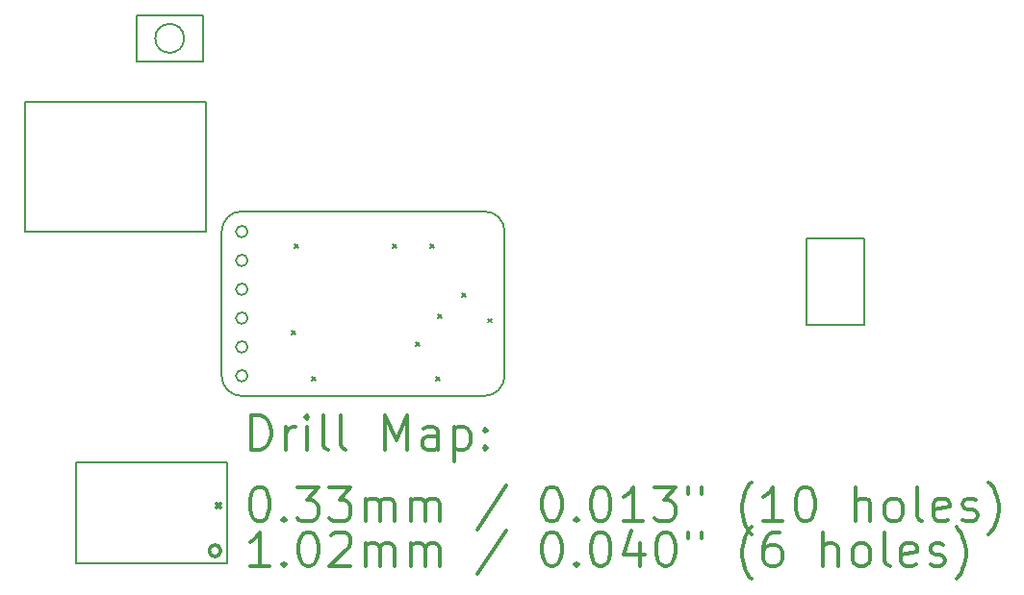
<source format=gbr>
G04 This is an RS-274x file exported by *
G04 gerbv version 2.6.0 *
G04 More information is available about gerbv at *
G04 http://gerbv.gpleda.org/ *
G04 --End of header info--*
%MOIN*%
%FSLAX34Y34*%
%IPPOS*%
G04 --Define apertures--*
%ADD10C,0.0050*%
%ADD11C,0.0060*%
%ADD12C,0.0079*%
%ADD13C,0.0118*%
%ADD14C,0.0138*%
%ADD15C,0.0059*%
G04 --Start main section--*
G54D11*
G01X0048000Y-037000D02*
G01X0048000Y-042000D01*
G01X0057800Y-037000D02*
G01X0057800Y-042000D01*
G01X0048000Y-042000D02*
G75*
G03X0048700Y-042700I0000700J0000000D01*
G01X0057100Y-042700D02*
G01X0048700Y-042700D01*
G01X0057100Y-042700D02*
G75*
G03X0057800Y-042000I0000000J0000700D01*
G01X0057800Y-037000D02*
G75*
G03X0057100Y-036300I-000700J0000000D01*
G01X0048700Y-036300D02*
G01X0057100Y-036300D01*
G01X0048700Y-036300D02*
G75*
G03X0048000Y-037000I0000000J-000700D01*
G54D12*
G01X0050435Y-040435D02*
G01X0050565Y-040565D01*
G01X0050565Y-040435D02*
G01X0050435Y-040565D01*
G01X0050535Y-037435D02*
G01X0050665Y-037565D01*
G01X0050665Y-037435D02*
G01X0050535Y-037565D01*
G01X0051135Y-042035D02*
G01X0051265Y-042165D01*
G01X0051265Y-042035D02*
G01X0051135Y-042165D01*
G01X0053935Y-037435D02*
G01X0054065Y-037565D01*
G01X0054065Y-037435D02*
G01X0053935Y-037565D01*
G01X0054735Y-040835D02*
G01X0054865Y-040965D01*
G01X0054865Y-040835D02*
G01X0054735Y-040965D01*
G01X0055235Y-037435D02*
G01X0055365Y-037565D01*
G01X0055365Y-037435D02*
G01X0055235Y-037565D01*
G01X0055435Y-042035D02*
G01X0055565Y-042165D01*
G01X0055565Y-042035D02*
G01X0055435Y-042165D01*
G01X0055481Y-039886D02*
G01X0055611Y-040016D01*
G01X0055611Y-039886D02*
G01X0055481Y-040016D01*
G01X0056317Y-039153D02*
G01X0056447Y-039283D01*
G01X0056447Y-039153D02*
G01X0056317Y-039283D01*
G01X0057220Y-040020D02*
G01X0057350Y-040150D01*
G01X0057350Y-040020D02*
G01X0057220Y-040150D01*
G01X0048900Y-037000D02*
G75*
G03X0048900Y-037000I-000200J0000000D01*
G01X0048900Y-038000D02*
G75*
G03X0048900Y-038000I-000200J0000000D01*
G01X0048900Y-039000D02*
G75*
G03X0048900Y-039000I-000200J0000000D01*
G01X0048900Y-040000D02*
G75*
G03X0048900Y-040000I-000200J0000000D01*
G01X0048900Y-041000D02*
G75*
G03X0048900Y-041000I-000200J0000000D01*
G01X0048900Y-042000D02*
G75*
G03X0048900Y-042000I-000200J0000000D01*
G54D13*
G01X0049039Y-044564D02*
G01X0049039Y-043382D01*
G01X0049039Y-043382D02*
G01X0049320Y-043382D01*
G01X0049320Y-043382D02*
G01X0049489Y-043439D01*
G01X0049489Y-043439D02*
G01X0049601Y-043551D01*
G01X0049601Y-043551D02*
G01X0049657Y-043664D01*
G01X0049657Y-043664D02*
G01X0049714Y-043889D01*
G01X0049714Y-043889D02*
G01X0049714Y-044057D01*
G01X0049714Y-044057D02*
G01X0049657Y-044282D01*
G01X0049657Y-044282D02*
G01X0049601Y-044395D01*
G01X0049601Y-044395D02*
G01X0049489Y-044507D01*
G01X0049489Y-044507D02*
G01X0049320Y-044564D01*
G01X0049320Y-044564D02*
G01X0049039Y-044564D01*
G01X0050220Y-044564D02*
G01X0050220Y-043776D01*
G01X0050220Y-044001D02*
G01X0050276Y-043889D01*
G01X0050276Y-043889D02*
G01X0050332Y-043832D01*
G01X0050332Y-043832D02*
G01X0050445Y-043776D01*
G01X0050445Y-043776D02*
G01X0050557Y-043776D01*
G01X0050951Y-044564D02*
G01X0050951Y-043776D01*
G01X0050951Y-043382D02*
G01X0050895Y-043439D01*
G01X0050895Y-043439D02*
G01X0050951Y-043495D01*
G01X0050951Y-043495D02*
G01X0051007Y-043439D01*
G01X0051007Y-043439D02*
G01X0050951Y-043382D01*
G01X0050951Y-043382D02*
G01X0050951Y-043495D01*
G01X0051682Y-044564D02*
G01X0051570Y-044507D01*
G01X0051570Y-044507D02*
G01X0051513Y-044395D01*
G01X0051513Y-044395D02*
G01X0051513Y-043382D01*
G01X0052301Y-044564D02*
G01X0052188Y-044507D01*
G01X0052188Y-044507D02*
G01X0052132Y-044395D01*
G01X0052132Y-044395D02*
G01X0052132Y-043382D01*
G01X0053651Y-044564D02*
G01X0053651Y-043382D01*
G01X0053651Y-043382D02*
G01X0054044Y-044226D01*
G01X0054044Y-044226D02*
G01X0054438Y-043382D01*
G01X0054438Y-043382D02*
G01X0054438Y-044564D01*
G01X0055507Y-044564D02*
G01X0055507Y-043945D01*
G01X0055507Y-043945D02*
G01X0055450Y-043832D01*
G01X0055450Y-043832D02*
G01X0055338Y-043776D01*
G01X0055338Y-043776D02*
G01X0055113Y-043776D01*
G01X0055113Y-043776D02*
G01X0055000Y-043832D01*
G01X0055507Y-044507D02*
G01X0055394Y-044564D01*
G01X0055394Y-044564D02*
G01X0055113Y-044564D01*
G01X0055113Y-044564D02*
G01X0055000Y-044507D01*
G01X0055000Y-044507D02*
G01X0054944Y-044395D01*
G01X0054944Y-044395D02*
G01X0054944Y-044282D01*
G01X0054944Y-044282D02*
G01X0055000Y-044170D01*
G01X0055000Y-044170D02*
G01X0055113Y-044114D01*
G01X0055113Y-044114D02*
G01X0055394Y-044114D01*
G01X0055394Y-044114D02*
G01X0055507Y-044057D01*
G01X0056069Y-043776D02*
G01X0056069Y-044957D01*
G01X0056069Y-043832D02*
G01X0056181Y-043776D01*
G01X0056181Y-043776D02*
G01X0056406Y-043776D01*
G01X0056406Y-043776D02*
G01X0056519Y-043832D01*
G01X0056519Y-043832D02*
G01X0056575Y-043889D01*
G01X0056575Y-043889D02*
G01X0056631Y-044001D01*
G01X0056631Y-044001D02*
G01X0056631Y-044339D01*
G01X0056631Y-044339D02*
G01X0056575Y-044451D01*
G01X0056575Y-044451D02*
G01X0056519Y-044507D01*
G01X0056519Y-044507D02*
G01X0056406Y-044564D01*
G01X0056406Y-044564D02*
G01X0056181Y-044564D01*
G01X0056181Y-044564D02*
G01X0056069Y-044507D01*
G01X0057138Y-044451D02*
G01X0057194Y-044507D01*
G01X0057194Y-044507D02*
G01X0057138Y-044564D01*
G01X0057138Y-044564D02*
G01X0057081Y-044507D01*
G01X0057081Y-044507D02*
G01X0057138Y-044451D01*
G01X0057138Y-044451D02*
G01X0057138Y-044564D01*
G01X0057138Y-043832D02*
G01X0057194Y-043889D01*
G01X0057194Y-043889D02*
G01X0057138Y-043945D01*
G01X0057138Y-043945D02*
G01X0057081Y-043889D01*
G01X0057081Y-043889D02*
G01X0057138Y-043832D01*
G01X0057138Y-043832D02*
G01X0057138Y-043945D01*
G01X0047840Y-046445D02*
G01X0047970Y-046575D01*
G01X0047970Y-046445D02*
G01X0047840Y-046575D01*
G01X0049264Y-045863D02*
G01X0049376Y-045863D01*
G01X0049376Y-045863D02*
G01X0049489Y-045919D01*
G01X0049489Y-045919D02*
G01X0049545Y-045975D01*
G01X0049545Y-045975D02*
G01X0049601Y-046088D01*
G01X0049601Y-046088D02*
G01X0049657Y-046313D01*
G01X0049657Y-046313D02*
G01X0049657Y-046594D01*
G01X0049657Y-046594D02*
G01X0049601Y-046819D01*
G01X0049601Y-046819D02*
G01X0049545Y-046931D01*
G01X0049545Y-046931D02*
G01X0049489Y-046988D01*
G01X0049489Y-046988D02*
G01X0049376Y-047044D01*
G01X0049376Y-047044D02*
G01X0049264Y-047044D01*
G01X0049264Y-047044D02*
G01X0049151Y-046988D01*
G01X0049151Y-046988D02*
G01X0049095Y-046931D01*
G01X0049095Y-046931D02*
G01X0049039Y-046819D01*
G01X0049039Y-046819D02*
G01X0048982Y-046594D01*
G01X0048982Y-046594D02*
G01X0048982Y-046313D01*
G01X0048982Y-046313D02*
G01X0049039Y-046088D01*
G01X0049039Y-046088D02*
G01X0049095Y-045975D01*
G01X0049095Y-045975D02*
G01X0049151Y-045919D01*
G01X0049151Y-045919D02*
G01X0049264Y-045863D01*
G01X0050163Y-046931D02*
G01X0050220Y-046988D01*
G01X0050220Y-046988D02*
G01X0050163Y-047044D01*
G01X0050163Y-047044D02*
G01X0050107Y-046988D01*
G01X0050107Y-046988D02*
G01X0050163Y-046931D01*
G01X0050163Y-046931D02*
G01X0050163Y-047044D01*
G01X0050613Y-045863D02*
G01X0051345Y-045863D01*
G01X0051345Y-045863D02*
G01X0050951Y-046313D01*
G01X0050951Y-046313D02*
G01X0051120Y-046313D01*
G01X0051120Y-046313D02*
G01X0051232Y-046369D01*
G01X0051232Y-046369D02*
G01X0051288Y-046425D01*
G01X0051288Y-046425D02*
G01X0051345Y-046538D01*
G01X0051345Y-046538D02*
G01X0051345Y-046819D01*
G01X0051345Y-046819D02*
G01X0051288Y-046931D01*
G01X0051288Y-046931D02*
G01X0051232Y-046988D01*
G01X0051232Y-046988D02*
G01X0051120Y-047044D01*
G01X0051120Y-047044D02*
G01X0050782Y-047044D01*
G01X0050782Y-047044D02*
G01X0050670Y-046988D01*
G01X0050670Y-046988D02*
G01X0050613Y-046931D01*
G01X0051738Y-045863D02*
G01X0052469Y-045863D01*
G01X0052469Y-045863D02*
G01X0052076Y-046313D01*
G01X0052076Y-046313D02*
G01X0052244Y-046313D01*
G01X0052244Y-046313D02*
G01X0052357Y-046369D01*
G01X0052357Y-046369D02*
G01X0052413Y-046425D01*
G01X0052413Y-046425D02*
G01X0052469Y-046538D01*
G01X0052469Y-046538D02*
G01X0052469Y-046819D01*
G01X0052469Y-046819D02*
G01X0052413Y-046931D01*
G01X0052413Y-046931D02*
G01X0052357Y-046988D01*
G01X0052357Y-046988D02*
G01X0052244Y-047044D01*
G01X0052244Y-047044D02*
G01X0051907Y-047044D01*
G01X0051907Y-047044D02*
G01X0051795Y-046988D01*
G01X0051795Y-046988D02*
G01X0051738Y-046931D01*
G01X0052976Y-047044D02*
G01X0052976Y-046256D01*
G01X0052976Y-046369D02*
G01X0053032Y-046313D01*
G01X0053032Y-046313D02*
G01X0053144Y-046256D01*
G01X0053144Y-046256D02*
G01X0053313Y-046256D01*
G01X0053313Y-046256D02*
G01X0053426Y-046313D01*
G01X0053426Y-046313D02*
G01X0053482Y-046425D01*
G01X0053482Y-046425D02*
G01X0053482Y-047044D01*
G01X0053482Y-046425D02*
G01X0053538Y-046313D01*
G01X0053538Y-046313D02*
G01X0053651Y-046256D01*
G01X0053651Y-046256D02*
G01X0053819Y-046256D01*
G01X0053819Y-046256D02*
G01X0053932Y-046313D01*
G01X0053932Y-046313D02*
G01X0053988Y-046425D01*
G01X0053988Y-046425D02*
G01X0053988Y-047044D01*
G01X0054550Y-047044D02*
G01X0054550Y-046256D01*
G01X0054550Y-046369D02*
G01X0054607Y-046313D01*
G01X0054607Y-046313D02*
G01X0054719Y-046256D01*
G01X0054719Y-046256D02*
G01X0054888Y-046256D01*
G01X0054888Y-046256D02*
G01X0055000Y-046313D01*
G01X0055000Y-046313D02*
G01X0055057Y-046425D01*
G01X0055057Y-046425D02*
G01X0055057Y-047044D01*
G01X0055057Y-046425D02*
G01X0055113Y-046313D01*
G01X0055113Y-046313D02*
G01X0055225Y-046256D01*
G01X0055225Y-046256D02*
G01X0055394Y-046256D01*
G01X0055394Y-046256D02*
G01X0055507Y-046313D01*
G01X0055507Y-046313D02*
G01X0055563Y-046425D01*
G01X0055563Y-046425D02*
G01X0055563Y-047044D01*
G01X0057869Y-045806D02*
G01X0056856Y-047325D01*
G01X0059387Y-045863D02*
G01X0059500Y-045863D01*
G01X0059500Y-045863D02*
G01X0059612Y-045919D01*
G01X0059612Y-045919D02*
G01X0059669Y-045975D01*
G01X0059669Y-045975D02*
G01X0059725Y-046088D01*
G01X0059725Y-046088D02*
G01X0059781Y-046313D01*
G01X0059781Y-046313D02*
G01X0059781Y-046594D01*
G01X0059781Y-046594D02*
G01X0059725Y-046819D01*
G01X0059725Y-046819D02*
G01X0059669Y-046931D01*
G01X0059669Y-046931D02*
G01X0059612Y-046988D01*
G01X0059612Y-046988D02*
G01X0059500Y-047044D01*
G01X0059500Y-047044D02*
G01X0059387Y-047044D01*
G01X0059387Y-047044D02*
G01X0059275Y-046988D01*
G01X0059275Y-046988D02*
G01X0059219Y-046931D01*
G01X0059219Y-046931D02*
G01X0059162Y-046819D01*
G01X0059162Y-046819D02*
G01X0059106Y-046594D01*
G01X0059106Y-046594D02*
G01X0059106Y-046313D01*
G01X0059106Y-046313D02*
G01X0059162Y-046088D01*
G01X0059162Y-046088D02*
G01X0059219Y-045975D01*
G01X0059219Y-045975D02*
G01X0059275Y-045919D01*
G01X0059275Y-045919D02*
G01X0059387Y-045863D01*
G01X0060287Y-046931D02*
G01X0060343Y-046988D01*
G01X0060343Y-046988D02*
G01X0060287Y-047044D01*
G01X0060287Y-047044D02*
G01X0060231Y-046988D01*
G01X0060231Y-046988D02*
G01X0060287Y-046931D01*
G01X0060287Y-046931D02*
G01X0060287Y-047044D01*
G01X0061075Y-045863D02*
G01X0061187Y-045863D01*
G01X0061187Y-045863D02*
G01X0061300Y-045919D01*
G01X0061300Y-045919D02*
G01X0061356Y-045975D01*
G01X0061356Y-045975D02*
G01X0061412Y-046088D01*
G01X0061412Y-046088D02*
G01X0061468Y-046313D01*
G01X0061468Y-046313D02*
G01X0061468Y-046594D01*
G01X0061468Y-046594D02*
G01X0061412Y-046819D01*
G01X0061412Y-046819D02*
G01X0061356Y-046931D01*
G01X0061356Y-046931D02*
G01X0061300Y-046988D01*
G01X0061300Y-046988D02*
G01X0061187Y-047044D01*
G01X0061187Y-047044D02*
G01X0061075Y-047044D01*
G01X0061075Y-047044D02*
G01X0060962Y-046988D01*
G01X0060962Y-046988D02*
G01X0060906Y-046931D01*
G01X0060906Y-046931D02*
G01X0060850Y-046819D01*
G01X0060850Y-046819D02*
G01X0060793Y-046594D01*
G01X0060793Y-046594D02*
G01X0060793Y-046313D01*
G01X0060793Y-046313D02*
G01X0060850Y-046088D01*
G01X0060850Y-046088D02*
G01X0060906Y-045975D01*
G01X0060906Y-045975D02*
G01X0060962Y-045919D01*
G01X0060962Y-045919D02*
G01X0061075Y-045863D01*
G01X0062593Y-047044D02*
G01X0061918Y-047044D01*
G01X0062256Y-047044D02*
G01X0062256Y-045863D01*
G01X0062256Y-045863D02*
G01X0062143Y-046031D01*
G01X0062143Y-046031D02*
G01X0062031Y-046144D01*
G01X0062031Y-046144D02*
G01X0061918Y-046200D01*
G01X0062987Y-045863D02*
G01X0063718Y-045863D01*
G01X0063718Y-045863D02*
G01X0063324Y-046313D01*
G01X0063324Y-046313D02*
G01X0063493Y-046313D01*
G01X0063493Y-046313D02*
G01X0063606Y-046369D01*
G01X0063606Y-046369D02*
G01X0063662Y-046425D01*
G01X0063662Y-046425D02*
G01X0063718Y-046538D01*
G01X0063718Y-046538D02*
G01X0063718Y-046819D01*
G01X0063718Y-046819D02*
G01X0063662Y-046931D01*
G01X0063662Y-046931D02*
G01X0063606Y-046988D01*
G01X0063606Y-046988D02*
G01X0063493Y-047044D01*
G01X0063493Y-047044D02*
G01X0063156Y-047044D01*
G01X0063156Y-047044D02*
G01X0063043Y-046988D01*
G01X0063043Y-046988D02*
G01X0062987Y-046931D01*
G01X0064168Y-045863D02*
G01X0064168Y-046088D01*
G01X0064618Y-045863D02*
G01X0064618Y-046088D01*
G01X0066361Y-047494D02*
G01X0066305Y-047438D01*
G01X0066305Y-047438D02*
G01X0066193Y-047269D01*
G01X0066193Y-047269D02*
G01X0066136Y-047156D01*
G01X0066136Y-047156D02*
G01X0066080Y-046988D01*
G01X0066080Y-046988D02*
G01X0066024Y-046706D01*
G01X0066024Y-046706D02*
G01X0066024Y-046481D01*
G01X0066024Y-046481D02*
G01X0066080Y-046200D01*
G01X0066080Y-046200D02*
G01X0066136Y-046031D01*
G01X0066136Y-046031D02*
G01X0066193Y-045919D01*
G01X0066193Y-045919D02*
G01X0066305Y-045750D01*
G01X0066305Y-045750D02*
G01X0066361Y-045694D01*
G01X0067430Y-047044D02*
G01X0066755Y-047044D01*
G01X0067093Y-047044D02*
G01X0067093Y-045863D01*
G01X0067093Y-045863D02*
G01X0066980Y-046031D01*
G01X0066980Y-046031D02*
G01X0066868Y-046144D01*
G01X0066868Y-046144D02*
G01X0066755Y-046200D01*
G01X0068161Y-045863D02*
G01X0068274Y-045863D01*
G01X0068274Y-045863D02*
G01X0068386Y-045919D01*
G01X0068386Y-045919D02*
G01X0068442Y-045975D01*
G01X0068442Y-045975D02*
G01X0068499Y-046088D01*
G01X0068499Y-046088D02*
G01X0068555Y-046313D01*
G01X0068555Y-046313D02*
G01X0068555Y-046594D01*
G01X0068555Y-046594D02*
G01X0068499Y-046819D01*
G01X0068499Y-046819D02*
G01X0068442Y-046931D01*
G01X0068442Y-046931D02*
G01X0068386Y-046988D01*
G01X0068386Y-046988D02*
G01X0068274Y-047044D01*
G01X0068274Y-047044D02*
G01X0068161Y-047044D01*
G01X0068161Y-047044D02*
G01X0068049Y-046988D01*
G01X0068049Y-046988D02*
G01X0067992Y-046931D01*
G01X0067992Y-046931D02*
G01X0067936Y-046819D01*
G01X0067936Y-046819D02*
G01X0067880Y-046594D01*
G01X0067880Y-046594D02*
G01X0067880Y-046313D01*
G01X0067880Y-046313D02*
G01X0067936Y-046088D01*
G01X0067936Y-046088D02*
G01X0067992Y-045975D01*
G01X0067992Y-045975D02*
G01X0068049Y-045919D01*
G01X0068049Y-045919D02*
G01X0068161Y-045863D01*
G01X0069961Y-047044D02*
G01X0069961Y-045863D01*
G01X0070467Y-047044D02*
G01X0070467Y-046425D01*
G01X0070467Y-046425D02*
G01X0070411Y-046313D01*
G01X0070411Y-046313D02*
G01X0070298Y-046256D01*
G01X0070298Y-046256D02*
G01X0070130Y-046256D01*
G01X0070130Y-046256D02*
G01X0070017Y-046313D01*
G01X0070017Y-046313D02*
G01X0069961Y-046369D01*
G01X0071198Y-047044D02*
G01X0071086Y-046988D01*
G01X0071086Y-046988D02*
G01X0071030Y-046931D01*
G01X0071030Y-046931D02*
G01X0070973Y-046819D01*
G01X0070973Y-046819D02*
G01X0070973Y-046481D01*
G01X0070973Y-046481D02*
G01X0071030Y-046369D01*
G01X0071030Y-046369D02*
G01X0071086Y-046313D01*
G01X0071086Y-046313D02*
G01X0071198Y-046256D01*
G01X0071198Y-046256D02*
G01X0071367Y-046256D01*
G01X0071367Y-046256D02*
G01X0071480Y-046313D01*
G01X0071480Y-046313D02*
G01X0071536Y-046369D01*
G01X0071536Y-046369D02*
G01X0071592Y-046481D01*
G01X0071592Y-046481D02*
G01X0071592Y-046819D01*
G01X0071592Y-046819D02*
G01X0071536Y-046931D01*
G01X0071536Y-046931D02*
G01X0071480Y-046988D01*
G01X0071480Y-046988D02*
G01X0071367Y-047044D01*
G01X0071367Y-047044D02*
G01X0071198Y-047044D01*
G01X0072267Y-047044D02*
G01X0072154Y-046988D01*
G01X0072154Y-046988D02*
G01X0072098Y-046875D01*
G01X0072098Y-046875D02*
G01X0072098Y-045863D01*
G01X0073167Y-046988D02*
G01X0073054Y-047044D01*
G01X0073054Y-047044D02*
G01X0072829Y-047044D01*
G01X0072829Y-047044D02*
G01X0072717Y-046988D01*
G01X0072717Y-046988D02*
G01X0072661Y-046875D01*
G01X0072661Y-046875D02*
G01X0072661Y-046425D01*
G01X0072661Y-046425D02*
G01X0072717Y-046313D01*
G01X0072717Y-046313D02*
G01X0072829Y-046256D01*
G01X0072829Y-046256D02*
G01X0073054Y-046256D01*
G01X0073054Y-046256D02*
G01X0073167Y-046313D01*
G01X0073167Y-046313D02*
G01X0073223Y-046425D01*
G01X0073223Y-046425D02*
G01X0073223Y-046538D01*
G01X0073223Y-046538D02*
G01X0072661Y-046650D01*
G01X0073673Y-046988D02*
G01X0073786Y-047044D01*
G01X0073786Y-047044D02*
G01X0074010Y-047044D01*
G01X0074010Y-047044D02*
G01X0074123Y-046988D01*
G01X0074123Y-046988D02*
G01X0074179Y-046875D01*
G01X0074179Y-046875D02*
G01X0074179Y-046819D01*
G01X0074179Y-046819D02*
G01X0074123Y-046706D01*
G01X0074123Y-046706D02*
G01X0074010Y-046650D01*
G01X0074010Y-046650D02*
G01X0073842Y-046650D01*
G01X0073842Y-046650D02*
G01X0073729Y-046594D01*
G01X0073729Y-046594D02*
G01X0073673Y-046481D01*
G01X0073673Y-046481D02*
G01X0073673Y-046425D01*
G01X0073673Y-046425D02*
G01X0073729Y-046313D01*
G01X0073729Y-046313D02*
G01X0073842Y-046256D01*
G01X0073842Y-046256D02*
G01X0074010Y-046256D01*
G01X0074010Y-046256D02*
G01X0074123Y-046313D01*
G01X0074573Y-047494D02*
G01X0074629Y-047438D01*
G01X0074629Y-047438D02*
G01X0074742Y-047269D01*
G01X0074742Y-047269D02*
G01X0074798Y-047156D01*
G01X0074798Y-047156D02*
G01X0074854Y-046988D01*
G01X0074854Y-046988D02*
G01X0074910Y-046706D01*
G01X0074910Y-046706D02*
G01X0074910Y-046481D01*
G01X0074910Y-046481D02*
G01X0074854Y-046200D01*
G01X0074854Y-046200D02*
G01X0074798Y-046031D01*
G01X0074798Y-046031D02*
G01X0074742Y-045919D01*
G01X0074742Y-045919D02*
G01X0074629Y-045750D01*
G01X0074629Y-045750D02*
G01X0074573Y-045694D01*
G01X0047970Y-048069D02*
G75*
G03X0047970Y-048069I-000200J0000000D01*
G01X0049657Y-048603D02*
G01X0048982Y-048603D01*
G01X0049320Y-048603D02*
G01X0049320Y-047422D01*
G01X0049320Y-047422D02*
G01X0049207Y-047591D01*
G01X0049207Y-047591D02*
G01X0049095Y-047703D01*
G01X0049095Y-047703D02*
G01X0048982Y-047759D01*
G01X0050163Y-048490D02*
G01X0050220Y-048547D01*
G01X0050220Y-048547D02*
G01X0050163Y-048603D01*
G01X0050163Y-048603D02*
G01X0050107Y-048547D01*
G01X0050107Y-048547D02*
G01X0050163Y-048490D01*
G01X0050163Y-048490D02*
G01X0050163Y-048603D01*
G01X0050951Y-047422D02*
G01X0051063Y-047422D01*
G01X0051063Y-047422D02*
G01X0051176Y-047478D01*
G01X0051176Y-047478D02*
G01X0051232Y-047534D01*
G01X0051232Y-047534D02*
G01X0051288Y-047647D01*
G01X0051288Y-047647D02*
G01X0051345Y-047872D01*
G01X0051345Y-047872D02*
G01X0051345Y-048153D01*
G01X0051345Y-048153D02*
G01X0051288Y-048378D01*
G01X0051288Y-048378D02*
G01X0051232Y-048490D01*
G01X0051232Y-048490D02*
G01X0051176Y-048547D01*
G01X0051176Y-048547D02*
G01X0051063Y-048603D01*
G01X0051063Y-048603D02*
G01X0050951Y-048603D01*
G01X0050951Y-048603D02*
G01X0050838Y-048547D01*
G01X0050838Y-048547D02*
G01X0050782Y-048490D01*
G01X0050782Y-048490D02*
G01X0050726Y-048378D01*
G01X0050726Y-048378D02*
G01X0050670Y-048153D01*
G01X0050670Y-048153D02*
G01X0050670Y-047872D01*
G01X0050670Y-047872D02*
G01X0050726Y-047647D01*
G01X0050726Y-047647D02*
G01X0050782Y-047534D01*
G01X0050782Y-047534D02*
G01X0050838Y-047478D01*
G01X0050838Y-047478D02*
G01X0050951Y-047422D01*
G01X0051795Y-047534D02*
G01X0051851Y-047478D01*
G01X0051851Y-047478D02*
G01X0051963Y-047422D01*
G01X0051963Y-047422D02*
G01X0052244Y-047422D01*
G01X0052244Y-047422D02*
G01X0052357Y-047478D01*
G01X0052357Y-047478D02*
G01X0052413Y-047534D01*
G01X0052413Y-047534D02*
G01X0052469Y-047647D01*
G01X0052469Y-047647D02*
G01X0052469Y-047759D01*
G01X0052469Y-047759D02*
G01X0052413Y-047928D01*
G01X0052413Y-047928D02*
G01X0051738Y-048603D01*
G01X0051738Y-048603D02*
G01X0052469Y-048603D01*
G01X0052976Y-048603D02*
G01X0052976Y-047815D01*
G01X0052976Y-047928D02*
G01X0053032Y-047872D01*
G01X0053032Y-047872D02*
G01X0053144Y-047815D01*
G01X0053144Y-047815D02*
G01X0053313Y-047815D01*
G01X0053313Y-047815D02*
G01X0053426Y-047872D01*
G01X0053426Y-047872D02*
G01X0053482Y-047984D01*
G01X0053482Y-047984D02*
G01X0053482Y-048603D01*
G01X0053482Y-047984D02*
G01X0053538Y-047872D01*
G01X0053538Y-047872D02*
G01X0053651Y-047815D01*
G01X0053651Y-047815D02*
G01X0053819Y-047815D01*
G01X0053819Y-047815D02*
G01X0053932Y-047872D01*
G01X0053932Y-047872D02*
G01X0053988Y-047984D01*
G01X0053988Y-047984D02*
G01X0053988Y-048603D01*
G01X0054550Y-048603D02*
G01X0054550Y-047815D01*
G01X0054550Y-047928D02*
G01X0054607Y-047872D01*
G01X0054607Y-047872D02*
G01X0054719Y-047815D01*
G01X0054719Y-047815D02*
G01X0054888Y-047815D01*
G01X0054888Y-047815D02*
G01X0055000Y-047872D01*
G01X0055000Y-047872D02*
G01X0055057Y-047984D01*
G01X0055057Y-047984D02*
G01X0055057Y-048603D01*
G01X0055057Y-047984D02*
G01X0055113Y-047872D01*
G01X0055113Y-047872D02*
G01X0055225Y-047815D01*
G01X0055225Y-047815D02*
G01X0055394Y-047815D01*
G01X0055394Y-047815D02*
G01X0055507Y-047872D01*
G01X0055507Y-047872D02*
G01X0055563Y-047984D01*
G01X0055563Y-047984D02*
G01X0055563Y-048603D01*
G01X0057869Y-047366D02*
G01X0056856Y-048884D01*
G01X0059387Y-047422D02*
G01X0059500Y-047422D01*
G01X0059500Y-047422D02*
G01X0059612Y-047478D01*
G01X0059612Y-047478D02*
G01X0059669Y-047534D01*
G01X0059669Y-047534D02*
G01X0059725Y-047647D01*
G01X0059725Y-047647D02*
G01X0059781Y-047872D01*
G01X0059781Y-047872D02*
G01X0059781Y-048153D01*
G01X0059781Y-048153D02*
G01X0059725Y-048378D01*
G01X0059725Y-048378D02*
G01X0059669Y-048490D01*
G01X0059669Y-048490D02*
G01X0059612Y-048547D01*
G01X0059612Y-048547D02*
G01X0059500Y-048603D01*
G01X0059500Y-048603D02*
G01X0059387Y-048603D01*
G01X0059387Y-048603D02*
G01X0059275Y-048547D01*
G01X0059275Y-048547D02*
G01X0059219Y-048490D01*
G01X0059219Y-048490D02*
G01X0059162Y-048378D01*
G01X0059162Y-048378D02*
G01X0059106Y-048153D01*
G01X0059106Y-048153D02*
G01X0059106Y-047872D01*
G01X0059106Y-047872D02*
G01X0059162Y-047647D01*
G01X0059162Y-047647D02*
G01X0059219Y-047534D01*
G01X0059219Y-047534D02*
G01X0059275Y-047478D01*
G01X0059275Y-047478D02*
G01X0059387Y-047422D01*
G01X0060287Y-048490D02*
G01X0060343Y-048547D01*
G01X0060343Y-048547D02*
G01X0060287Y-048603D01*
G01X0060287Y-048603D02*
G01X0060231Y-048547D01*
G01X0060231Y-048547D02*
G01X0060287Y-048490D01*
G01X0060287Y-048490D02*
G01X0060287Y-048603D01*
G01X0061075Y-047422D02*
G01X0061187Y-047422D01*
G01X0061187Y-047422D02*
G01X0061300Y-047478D01*
G01X0061300Y-047478D02*
G01X0061356Y-047534D01*
G01X0061356Y-047534D02*
G01X0061412Y-047647D01*
G01X0061412Y-047647D02*
G01X0061468Y-047872D01*
G01X0061468Y-047872D02*
G01X0061468Y-048153D01*
G01X0061468Y-048153D02*
G01X0061412Y-048378D01*
G01X0061412Y-048378D02*
G01X0061356Y-048490D01*
G01X0061356Y-048490D02*
G01X0061300Y-048547D01*
G01X0061300Y-048547D02*
G01X0061187Y-048603D01*
G01X0061187Y-048603D02*
G01X0061075Y-048603D01*
G01X0061075Y-048603D02*
G01X0060962Y-048547D01*
G01X0060962Y-048547D02*
G01X0060906Y-048490D01*
G01X0060906Y-048490D02*
G01X0060850Y-048378D01*
G01X0060850Y-048378D02*
G01X0060793Y-048153D01*
G01X0060793Y-048153D02*
G01X0060793Y-047872D01*
G01X0060793Y-047872D02*
G01X0060850Y-047647D01*
G01X0060850Y-047647D02*
G01X0060906Y-047534D01*
G01X0060906Y-047534D02*
G01X0060962Y-047478D01*
G01X0060962Y-047478D02*
G01X0061075Y-047422D01*
G01X0062481Y-047815D02*
G01X0062481Y-048603D01*
G01X0062199Y-047366D02*
G01X0061918Y-048209D01*
G01X0061918Y-048209D02*
G01X0062649Y-048209D01*
G01X0063324Y-047422D02*
G01X0063437Y-047422D01*
G01X0063437Y-047422D02*
G01X0063549Y-047478D01*
G01X0063549Y-047478D02*
G01X0063606Y-047534D01*
G01X0063606Y-047534D02*
G01X0063662Y-047647D01*
G01X0063662Y-047647D02*
G01X0063718Y-047872D01*
G01X0063718Y-047872D02*
G01X0063718Y-048153D01*
G01X0063718Y-048153D02*
G01X0063662Y-048378D01*
G01X0063662Y-048378D02*
G01X0063606Y-048490D01*
G01X0063606Y-048490D02*
G01X0063549Y-048547D01*
G01X0063549Y-048547D02*
G01X0063437Y-048603D01*
G01X0063437Y-048603D02*
G01X0063324Y-048603D01*
G01X0063324Y-048603D02*
G01X0063212Y-048547D01*
G01X0063212Y-048547D02*
G01X0063156Y-048490D01*
G01X0063156Y-048490D02*
G01X0063099Y-048378D01*
G01X0063099Y-048378D02*
G01X0063043Y-048153D01*
G01X0063043Y-048153D02*
G01X0063043Y-047872D01*
G01X0063043Y-047872D02*
G01X0063099Y-047647D01*
G01X0063099Y-047647D02*
G01X0063156Y-047534D01*
G01X0063156Y-047534D02*
G01X0063212Y-047478D01*
G01X0063212Y-047478D02*
G01X0063324Y-047422D01*
G01X0064168Y-047422D02*
G01X0064168Y-047647D01*
G01X0064618Y-047422D02*
G01X0064618Y-047647D01*
G01X0066361Y-049053D02*
G01X0066305Y-048997D01*
G01X0066305Y-048997D02*
G01X0066193Y-048828D01*
G01X0066193Y-048828D02*
G01X0066136Y-048715D01*
G01X0066136Y-048715D02*
G01X0066080Y-048547D01*
G01X0066080Y-048547D02*
G01X0066024Y-048265D01*
G01X0066024Y-048265D02*
G01X0066024Y-048040D01*
G01X0066024Y-048040D02*
G01X0066080Y-047759D01*
G01X0066080Y-047759D02*
G01X0066136Y-047591D01*
G01X0066136Y-047591D02*
G01X0066193Y-047478D01*
G01X0066193Y-047478D02*
G01X0066305Y-047309D01*
G01X0066305Y-047309D02*
G01X0066361Y-047253D01*
G01X0067318Y-047422D02*
G01X0067093Y-047422D01*
G01X0067093Y-047422D02*
G01X0066980Y-047478D01*
G01X0066980Y-047478D02*
G01X0066924Y-047534D01*
G01X0066924Y-047534D02*
G01X0066811Y-047703D01*
G01X0066811Y-047703D02*
G01X0066755Y-047928D01*
G01X0066755Y-047928D02*
G01X0066755Y-048378D01*
G01X0066755Y-048378D02*
G01X0066811Y-048490D01*
G01X0066811Y-048490D02*
G01X0066868Y-048547D01*
G01X0066868Y-048547D02*
G01X0066980Y-048603D01*
G01X0066980Y-048603D02*
G01X0067205Y-048603D01*
G01X0067205Y-048603D02*
G01X0067318Y-048547D01*
G01X0067318Y-048547D02*
G01X0067374Y-048490D01*
G01X0067374Y-048490D02*
G01X0067430Y-048378D01*
G01X0067430Y-048378D02*
G01X0067430Y-048097D01*
G01X0067430Y-048097D02*
G01X0067374Y-047984D01*
G01X0067374Y-047984D02*
G01X0067318Y-047928D01*
G01X0067318Y-047928D02*
G01X0067205Y-047872D01*
G01X0067205Y-047872D02*
G01X0066980Y-047872D01*
G01X0066980Y-047872D02*
G01X0066868Y-047928D01*
G01X0066868Y-047928D02*
G01X0066811Y-047984D01*
G01X0066811Y-047984D02*
G01X0066755Y-048097D01*
G01X0068836Y-048603D02*
G01X0068836Y-047422D01*
G01X0069342Y-048603D02*
G01X0069342Y-047984D01*
G01X0069342Y-047984D02*
G01X0069286Y-047872D01*
G01X0069286Y-047872D02*
G01X0069174Y-047815D01*
G01X0069174Y-047815D02*
G01X0069005Y-047815D01*
G01X0069005Y-047815D02*
G01X0068892Y-047872D01*
G01X0068892Y-047872D02*
G01X0068836Y-047928D01*
G01X0070073Y-048603D02*
G01X0069961Y-048547D01*
G01X0069961Y-048547D02*
G01X0069905Y-048490D01*
G01X0069905Y-048490D02*
G01X0069849Y-048378D01*
G01X0069849Y-048378D02*
G01X0069849Y-048040D01*
G01X0069849Y-048040D02*
G01X0069905Y-047928D01*
G01X0069905Y-047928D02*
G01X0069961Y-047872D01*
G01X0069961Y-047872D02*
G01X0070073Y-047815D01*
G01X0070073Y-047815D02*
G01X0070242Y-047815D01*
G01X0070242Y-047815D02*
G01X0070355Y-047872D01*
G01X0070355Y-047872D02*
G01X0070411Y-047928D01*
G01X0070411Y-047928D02*
G01X0070467Y-048040D01*
G01X0070467Y-048040D02*
G01X0070467Y-048378D01*
G01X0070467Y-048378D02*
G01X0070411Y-048490D01*
G01X0070411Y-048490D02*
G01X0070355Y-048547D01*
G01X0070355Y-048547D02*
G01X0070242Y-048603D01*
G01X0070242Y-048603D02*
G01X0070073Y-048603D01*
G01X0071142Y-048603D02*
G01X0071030Y-048547D01*
G01X0071030Y-048547D02*
G01X0070973Y-048434D01*
G01X0070973Y-048434D02*
G01X0070973Y-047422D01*
G01X0072042Y-048547D02*
G01X0071930Y-048603D01*
G01X0071930Y-048603D02*
G01X0071705Y-048603D01*
G01X0071705Y-048603D02*
G01X0071592Y-048547D01*
G01X0071592Y-048547D02*
G01X0071536Y-048434D01*
G01X0071536Y-048434D02*
G01X0071536Y-047984D01*
G01X0071536Y-047984D02*
G01X0071592Y-047872D01*
G01X0071592Y-047872D02*
G01X0071705Y-047815D01*
G01X0071705Y-047815D02*
G01X0071930Y-047815D01*
G01X0071930Y-047815D02*
G01X0072042Y-047872D01*
G01X0072042Y-047872D02*
G01X0072098Y-047984D01*
G01X0072098Y-047984D02*
G01X0072098Y-048097D01*
G01X0072098Y-048097D02*
G01X0071536Y-048209D01*
G01X0072548Y-048547D02*
G01X0072661Y-048603D01*
G01X0072661Y-048603D02*
G01X0072886Y-048603D01*
G01X0072886Y-048603D02*
G01X0072998Y-048547D01*
G01X0072998Y-048547D02*
G01X0073054Y-048434D01*
G01X0073054Y-048434D02*
G01X0073054Y-048378D01*
G01X0073054Y-048378D02*
G01X0072998Y-048265D01*
G01X0072998Y-048265D02*
G01X0072886Y-048209D01*
G01X0072886Y-048209D02*
G01X0072717Y-048209D01*
G01X0072717Y-048209D02*
G01X0072604Y-048153D01*
G01X0072604Y-048153D02*
G01X0072548Y-048040D01*
G01X0072548Y-048040D02*
G01X0072548Y-047984D01*
G01X0072548Y-047984D02*
G01X0072604Y-047872D01*
G01X0072604Y-047872D02*
G01X0072717Y-047815D01*
G01X0072717Y-047815D02*
G01X0072886Y-047815D01*
G01X0072886Y-047815D02*
G01X0072998Y-047872D01*
G01X0073448Y-049053D02*
G01X0073504Y-048997D01*
G01X0073504Y-048997D02*
G01X0073617Y-048828D01*
G01X0073617Y-048828D02*
G01X0073673Y-048715D01*
G01X0073673Y-048715D02*
G01X0073729Y-048547D01*
G01X0073729Y-048547D02*
G01X0073786Y-048265D01*
G01X0073786Y-048265D02*
G01X0073786Y-048040D01*
G01X0073786Y-048040D02*
G01X0073729Y-047759D01*
G01X0073729Y-047759D02*
G01X0073673Y-047591D01*
G01X0073673Y-047591D02*
G01X0073617Y-047478D01*
G01X0073617Y-047478D02*
G01X0073504Y-047309D01*
G01X0073504Y-047309D02*
G01X0073448Y-047253D01*
G01X0000000Y0000000D02*
G54D11*
G01X0048000Y-037000D02*
G01X0048000Y-042000D01*
G01X0057800Y-037000D02*
G01X0057800Y-042000D01*
G01X0048000Y-042000D02*
G75*
G03X0048700Y-042700I0000700J0000000D01*
G01X0057100Y-042700D02*
G01X0048700Y-042700D01*
G01X0057100Y-042700D02*
G75*
G03X0057800Y-042000I0000000J0000700D01*
G01X0057800Y-037000D02*
G75*
G03X0057100Y-036300I-000700J0000000D01*
G01X0048700Y-036300D02*
G01X0057100Y-036300D01*
G01X0048700Y-036300D02*
G75*
G03X0048000Y-037000I0000000J-000700D01*
G01X0000000Y0000000D02*
G54D15*
G01X0046700Y-030300D02*
G75*
G03X0046700Y-030300I-000500J0000000D01*
G01X0045050Y-031100D02*
G01X0045050Y-029500D01*
G01X0047350Y-031100D02*
G01X0045050Y-031100D01*
G01X0047350Y-029500D02*
G01X0047350Y-031100D01*
G01X0045050Y-029500D02*
G01X0047350Y-029500D01*
G01X0047450Y-037000D02*
G01X0041200Y-037000D01*
G01X0068250Y-040250D02*
G01X0068250Y-037250D01*
G01X0070250Y-040250D02*
G01X0068250Y-040250D01*
G01X0070250Y-037250D02*
G01X0070250Y-040250D01*
G01X0068250Y-037250D02*
G01X0070250Y-037250D01*
G01X0042950Y-048500D02*
G01X0042950Y-045000D01*
G01X0048200Y-048500D02*
G01X0042950Y-048500D01*
G01X0048200Y-045000D02*
G01X0048200Y-048500D01*
G01X0042950Y-045000D02*
G01X0048200Y-045000D01*
G01X0041200Y-037000D02*
G01X0041200Y-032500D01*
G01X0047450Y-032500D02*
G01X0047450Y-037000D01*
G01X0041200Y-032500D02*
G01X0047450Y-032500D01*
M02*

</source>
